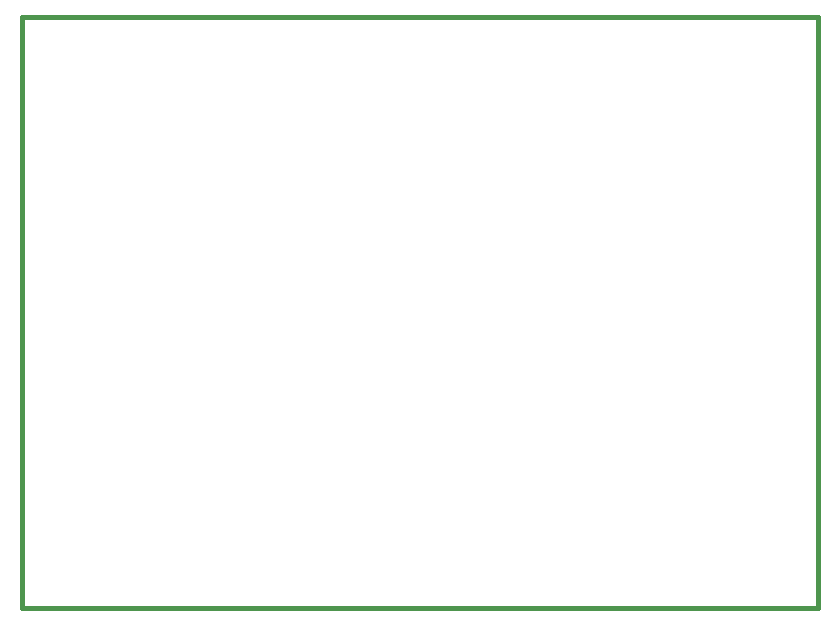
<source format=gko>
G04*
G04 #@! TF.GenerationSoftware,Altium Limited,Altium Designer,18.1.6 (161)*
G04*
G04 Layer_Color=16711935*
%FSLAX25Y25*%
%MOIN*%
G70*
G01*
G75*
%ADD14C,0.01575*%
D14*
X-0Y0D02*
X0Y196850D01*
X265200D01*
Y0D02*
Y196850D01*
X0Y0D02*
X265200D01*
M02*

</source>
